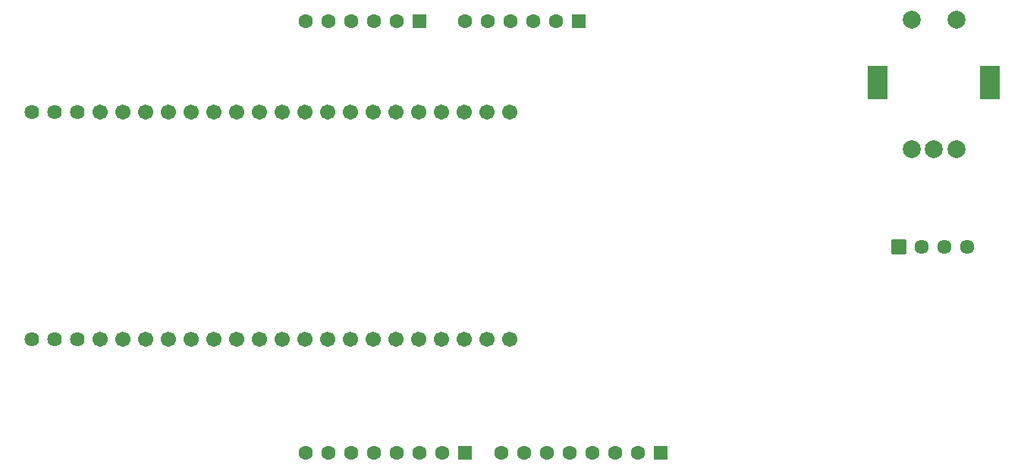
<source format=gts>
G04 Layer: TopSolderMaskLayer*
G04 EasyEDA v6.5.44, 2024-08-15 16:57:17*
G04 730f8030baaa4eecbbdbbe0e4218c4d4,080bb0d1436b4706b040d70de8f1a738,10*
G04 Gerber Generator version 0.2*
G04 Scale: 100 percent, Rotated: No, Reflected: No *
G04 Dimensions in millimeters *
G04 leading zeros omitted , absolute positions ,4 integer and 5 decimal *
%FSLAX45Y45*%
%MOMM*%

%AMMACRO1*4,1,8,-1.0416,-1.9012,-1.1011,-1.8417,-1.1011,1.8417,-1.0416,1.9012,1.0416,1.9012,1.1011,1.8417,1.1011,-1.8417,1.0416,-1.9012,-1.0416,-1.9012,0*%
%AMMACRO2*4,1,8,-0.7751,-0.8048,-0.8048,-0.775,-0.8048,0.7751,-0.7751,0.8048,0.775,0.8048,0.8048,0.7751,0.8048,-0.775,0.775,-0.8048,-0.7751,-0.8048,0*%
%AMMACRO3*4,1,8,-0.7711,-0.8008,-0.8008,-0.771,-0.8008,0.771,-0.7711,0.8008,0.771,0.8008,0.8008,0.771,0.8008,-0.771,0.771,-0.8008,-0.7711,-0.8008,0*%
%AMMACRO4*4,1,8,-0.7711,-0.8008,-0.8008,-0.771,-0.8008,0.7711,-0.7711,0.8008,0.771,0.8008,0.8008,0.7711,0.8008,-0.771,0.771,-0.8008,-0.7711,-0.8008,0*%
%ADD10C,2.0041*%
%ADD11MACRO1*%
%ADD12C,1.7016*%
%ADD13C,1.6256*%
%ADD14MACRO2*%
%ADD15C,1.6096*%
%ADD16MACRO3*%
%ADD17C,1.6016*%
%ADD18MACRO4*%

%LPD*%
D10*
G01*
X10812779Y11136629D03*
G01*
X11061700Y11136629D03*
G01*
X11310620Y11136629D03*
G01*
X11310620Y12586970D03*
G01*
X10812779Y12586970D03*
D11*
G01*
X10436699Y11885930D03*
G01*
X11686700Y11885930D03*
D12*
G01*
X6324574Y9017000D03*
G01*
X6070574Y9017000D03*
G01*
X5816574Y9017000D03*
G01*
X5562574Y9017000D03*
G01*
X5308574Y9017000D03*
G01*
X5054574Y9017000D03*
G01*
X4800574Y9017000D03*
G01*
X4546574Y9017000D03*
G01*
X4292574Y9017000D03*
G01*
X4038574Y9017000D03*
G01*
X3784574Y9017000D03*
G01*
X3530574Y9017000D03*
G01*
X3276574Y9017000D03*
G01*
X3022574Y9017000D03*
G01*
X2768574Y9017000D03*
G01*
X2514574Y9017000D03*
G01*
X2260574Y9017000D03*
G01*
X2006574Y9017000D03*
G01*
X1752600Y9017000D03*
G01*
X6324345Y11557000D03*
G01*
X6070574Y11557000D03*
G01*
X5816574Y11557000D03*
G01*
X5562574Y11557000D03*
G01*
X5308574Y11557000D03*
G01*
X5054574Y11557000D03*
G01*
X4800574Y11557000D03*
G01*
X4546574Y11557000D03*
G01*
X4292574Y11557000D03*
G01*
X4038574Y11557000D03*
G01*
X3784574Y11557000D03*
G01*
X3530574Y11557000D03*
G01*
X3276574Y11557000D03*
G01*
X3022574Y11557000D03*
G01*
X2768574Y11557000D03*
G01*
X2514574Y11557000D03*
G01*
X2260574Y11557000D03*
G01*
X2006574Y11557000D03*
G01*
X1752600Y11557000D03*
D13*
G01*
X1498600Y11557000D03*
G01*
X1244600Y11557000D03*
G01*
X990600Y11557000D03*
G01*
X1498600Y9017000D03*
G01*
X1244600Y9017000D03*
G01*
X990600Y9017000D03*
D14*
G01*
X10668000Y10045700D03*
D15*
G01*
X10922000Y10045700D03*
G01*
X11176000Y10045700D03*
G01*
X11430000Y10045700D03*
D16*
G01*
X8013698Y7747000D03*
D17*
G01*
X7759700Y7747000D03*
G01*
X7505700Y7747000D03*
G01*
X7251700Y7747000D03*
G01*
X6997700Y7747000D03*
G01*
X6743700Y7747000D03*
G01*
X6489700Y7747000D03*
G01*
X6235700Y7747000D03*
D16*
G01*
X5829298Y7747000D03*
D17*
G01*
X5575300Y7747000D03*
G01*
X5321300Y7747000D03*
G01*
X5067300Y7747000D03*
G01*
X4813300Y7747000D03*
G01*
X4559300Y7747000D03*
G01*
X4305300Y7747000D03*
G01*
X4051300Y7747000D03*
G01*
X4051300Y12573000D03*
G01*
X4305300Y12573000D03*
G01*
X4559300Y12573000D03*
G01*
X4813300Y12573000D03*
G01*
X5067300Y12573000D03*
D18*
G01*
X5321298Y12573001D03*
D17*
G01*
X5829300Y12573000D03*
G01*
X6083300Y12573000D03*
G01*
X6337300Y12573000D03*
G01*
X6591300Y12573000D03*
G01*
X6845300Y12573000D03*
D18*
G01*
X7099298Y12573001D03*
M02*

</source>
